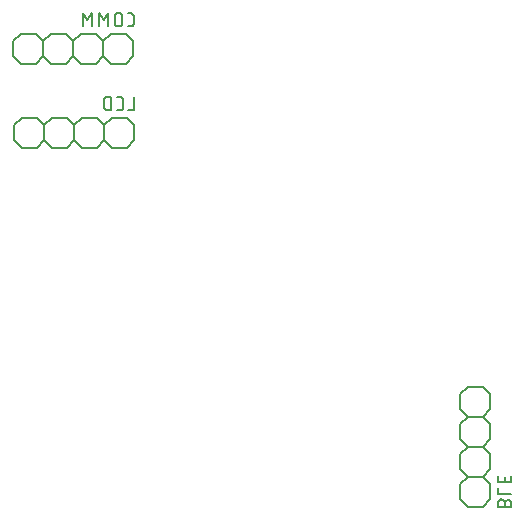
<source format=gbr>
G04 EAGLE Gerber X2 export*
%TF.Part,Single*%
%TF.FileFunction,Legend,Bot,1*%
%TF.FilePolarity,Positive*%
%TF.GenerationSoftware,Autodesk,EAGLE,9.1.1*%
%TF.CreationDate,2018-09-05T07:54:37Z*%
G75*
%MOMM*%
%FSLAX34Y34*%
%LPD*%
%AMOC8*
5,1,8,0,0,1.08239X$1,22.5*%
G01*
%ADD10C,0.152400*%
%ADD11C,0.127000*%


D10*
X426050Y258800D02*
X432400Y265150D01*
X432400Y277850D01*
X426050Y284200D01*
X413350Y284200D01*
X407000Y277850D01*
X407000Y265150D01*
X413350Y258800D01*
X432400Y227050D02*
X432400Y214350D01*
X432400Y227050D02*
X426050Y233400D01*
X413350Y233400D01*
X407000Y227050D01*
X426050Y233400D02*
X432400Y239750D01*
X432400Y252450D01*
X426050Y258800D01*
X413350Y258800D01*
X407000Y252450D01*
X407000Y239750D01*
X413350Y233400D01*
X413350Y208000D02*
X426050Y208000D01*
X432400Y214350D01*
X413350Y208000D02*
X407000Y214350D01*
X407000Y227050D01*
X432400Y290550D02*
X432400Y303250D01*
X426050Y309600D01*
X413350Y309600D01*
X407000Y303250D01*
X426050Y284200D02*
X432400Y290550D01*
X413350Y284200D02*
X407000Y290550D01*
X407000Y303250D01*
D11*
X444973Y211048D02*
X444973Y207873D01*
X444973Y211048D02*
X444971Y211159D01*
X444965Y211269D01*
X444956Y211380D01*
X444942Y211490D01*
X444925Y211599D01*
X444904Y211708D01*
X444879Y211816D01*
X444850Y211923D01*
X444818Y212029D01*
X444782Y212134D01*
X444742Y212237D01*
X444699Y212339D01*
X444652Y212440D01*
X444601Y212539D01*
X444548Y212636D01*
X444491Y212730D01*
X444430Y212823D01*
X444367Y212914D01*
X444300Y213003D01*
X444230Y213089D01*
X444157Y213172D01*
X444082Y213254D01*
X444004Y213332D01*
X443922Y213407D01*
X443839Y213480D01*
X443753Y213550D01*
X443664Y213617D01*
X443573Y213680D01*
X443480Y213741D01*
X443386Y213798D01*
X443289Y213851D01*
X443190Y213902D01*
X443089Y213949D01*
X442987Y213992D01*
X442884Y214032D01*
X442779Y214068D01*
X442673Y214100D01*
X442566Y214129D01*
X442458Y214154D01*
X442349Y214175D01*
X442240Y214192D01*
X442130Y214206D01*
X442019Y214215D01*
X441909Y214221D01*
X441798Y214223D01*
X441687Y214221D01*
X441577Y214215D01*
X441466Y214206D01*
X441356Y214192D01*
X441247Y214175D01*
X441138Y214154D01*
X441030Y214129D01*
X440923Y214100D01*
X440817Y214068D01*
X440712Y214032D01*
X440609Y213992D01*
X440507Y213949D01*
X440406Y213902D01*
X440307Y213851D01*
X440211Y213798D01*
X440116Y213741D01*
X440023Y213680D01*
X439932Y213617D01*
X439843Y213550D01*
X439757Y213480D01*
X439674Y213407D01*
X439592Y213332D01*
X439514Y213254D01*
X439439Y213172D01*
X439366Y213089D01*
X439296Y213003D01*
X439229Y212914D01*
X439166Y212823D01*
X439105Y212730D01*
X439048Y212636D01*
X438995Y212539D01*
X438944Y212440D01*
X438897Y212339D01*
X438854Y212237D01*
X438814Y212134D01*
X438778Y212029D01*
X438746Y211923D01*
X438717Y211816D01*
X438692Y211708D01*
X438671Y211599D01*
X438654Y211490D01*
X438640Y211380D01*
X438631Y211269D01*
X438625Y211159D01*
X438623Y211048D01*
X438623Y207873D01*
X450053Y207873D01*
X450053Y211048D01*
X450051Y211148D01*
X450045Y211247D01*
X450035Y211347D01*
X450022Y211445D01*
X450004Y211544D01*
X449983Y211641D01*
X449958Y211737D01*
X449929Y211833D01*
X449896Y211927D01*
X449860Y212020D01*
X449820Y212111D01*
X449776Y212201D01*
X449729Y212289D01*
X449679Y212375D01*
X449625Y212459D01*
X449568Y212541D01*
X449508Y212620D01*
X449444Y212698D01*
X449378Y212772D01*
X449309Y212844D01*
X449237Y212913D01*
X449163Y212979D01*
X449085Y213043D01*
X449006Y213103D01*
X448924Y213160D01*
X448840Y213214D01*
X448754Y213264D01*
X448666Y213311D01*
X448576Y213355D01*
X448485Y213395D01*
X448392Y213431D01*
X448298Y213464D01*
X448202Y213493D01*
X448106Y213518D01*
X448009Y213539D01*
X447910Y213557D01*
X447812Y213570D01*
X447712Y213580D01*
X447613Y213586D01*
X447513Y213588D01*
X447413Y213586D01*
X447314Y213580D01*
X447214Y213570D01*
X447116Y213557D01*
X447017Y213539D01*
X446920Y213518D01*
X446824Y213493D01*
X446728Y213464D01*
X446634Y213431D01*
X446541Y213395D01*
X446450Y213355D01*
X446360Y213311D01*
X446272Y213264D01*
X446186Y213214D01*
X446102Y213160D01*
X446020Y213103D01*
X445941Y213043D01*
X445863Y212979D01*
X445789Y212913D01*
X445717Y212844D01*
X445648Y212772D01*
X445582Y212698D01*
X445518Y212620D01*
X445458Y212541D01*
X445401Y212459D01*
X445347Y212375D01*
X445297Y212289D01*
X445250Y212201D01*
X445206Y212111D01*
X445166Y212020D01*
X445130Y211927D01*
X445097Y211833D01*
X445068Y211737D01*
X445043Y211641D01*
X445022Y211544D01*
X445004Y211445D01*
X444991Y211347D01*
X444981Y211247D01*
X444975Y211148D01*
X444973Y211048D01*
X450053Y219138D02*
X438623Y219138D01*
X438623Y224218D01*
X438623Y229044D02*
X438623Y234124D01*
X438623Y229044D02*
X450053Y229044D01*
X450053Y234124D01*
X444973Y232854D02*
X444973Y229044D01*
D10*
X79500Y602150D02*
X73150Y608500D01*
X60450Y608500D01*
X54100Y602150D01*
X54100Y589450D01*
X60450Y583100D01*
X73150Y583100D01*
X79500Y589450D01*
X111250Y608500D02*
X123950Y608500D01*
X111250Y608500D02*
X104900Y602150D01*
X104900Y589450D01*
X111250Y583100D01*
X104900Y602150D02*
X98550Y608500D01*
X85850Y608500D01*
X79500Y602150D01*
X79500Y589450D01*
X85850Y583100D01*
X98550Y583100D01*
X104900Y589450D01*
X130300Y589450D02*
X130300Y602150D01*
X123950Y608500D01*
X130300Y589450D02*
X123950Y583100D01*
X111250Y583100D01*
X47750Y608500D02*
X35050Y608500D01*
X28700Y602150D01*
X28700Y589450D01*
X35050Y583100D01*
X54100Y602150D02*
X47750Y608500D01*
X54100Y589450D02*
X47750Y583100D01*
X35050Y583100D01*
D11*
X125347Y614723D02*
X127887Y614723D01*
X127987Y614725D01*
X128086Y614731D01*
X128186Y614741D01*
X128284Y614754D01*
X128383Y614772D01*
X128480Y614793D01*
X128576Y614818D01*
X128672Y614847D01*
X128766Y614880D01*
X128859Y614916D01*
X128950Y614956D01*
X129040Y615000D01*
X129128Y615047D01*
X129214Y615097D01*
X129298Y615151D01*
X129380Y615208D01*
X129459Y615268D01*
X129537Y615332D01*
X129611Y615398D01*
X129683Y615467D01*
X129752Y615539D01*
X129818Y615613D01*
X129882Y615691D01*
X129942Y615770D01*
X129999Y615852D01*
X130053Y615936D01*
X130103Y616022D01*
X130150Y616110D01*
X130194Y616200D01*
X130234Y616291D01*
X130270Y616384D01*
X130303Y616478D01*
X130332Y616574D01*
X130357Y616670D01*
X130378Y616767D01*
X130396Y616866D01*
X130409Y616964D01*
X130419Y617064D01*
X130425Y617163D01*
X130427Y617263D01*
X130427Y623613D01*
X130425Y623713D01*
X130419Y623812D01*
X130409Y623912D01*
X130396Y624010D01*
X130378Y624109D01*
X130357Y624206D01*
X130332Y624302D01*
X130303Y624398D01*
X130270Y624492D01*
X130234Y624585D01*
X130194Y624676D01*
X130150Y624766D01*
X130103Y624854D01*
X130053Y624940D01*
X129999Y625024D01*
X129942Y625106D01*
X129882Y625185D01*
X129818Y625263D01*
X129752Y625337D01*
X129683Y625409D01*
X129611Y625478D01*
X129537Y625544D01*
X129459Y625608D01*
X129380Y625668D01*
X129298Y625725D01*
X129214Y625779D01*
X129128Y625829D01*
X129040Y625876D01*
X128950Y625920D01*
X128859Y625960D01*
X128766Y625996D01*
X128672Y626029D01*
X128576Y626058D01*
X128480Y626083D01*
X128383Y626104D01*
X128284Y626122D01*
X128186Y626135D01*
X128086Y626145D01*
X127987Y626151D01*
X127887Y626153D01*
X125347Y626153D01*
X120865Y622978D02*
X120865Y617898D01*
X120865Y622978D02*
X120863Y623089D01*
X120857Y623199D01*
X120848Y623310D01*
X120834Y623420D01*
X120817Y623529D01*
X120796Y623638D01*
X120771Y623746D01*
X120742Y623853D01*
X120710Y623959D01*
X120674Y624064D01*
X120634Y624167D01*
X120591Y624269D01*
X120544Y624370D01*
X120493Y624469D01*
X120440Y624566D01*
X120383Y624660D01*
X120322Y624753D01*
X120259Y624844D01*
X120192Y624933D01*
X120122Y625019D01*
X120049Y625102D01*
X119974Y625184D01*
X119896Y625262D01*
X119814Y625337D01*
X119731Y625410D01*
X119645Y625480D01*
X119556Y625547D01*
X119465Y625610D01*
X119372Y625671D01*
X119278Y625728D01*
X119181Y625781D01*
X119082Y625832D01*
X118981Y625879D01*
X118879Y625922D01*
X118776Y625962D01*
X118671Y625998D01*
X118565Y626030D01*
X118458Y626059D01*
X118350Y626084D01*
X118241Y626105D01*
X118132Y626122D01*
X118022Y626136D01*
X117911Y626145D01*
X117801Y626151D01*
X117690Y626153D01*
X117579Y626151D01*
X117469Y626145D01*
X117358Y626136D01*
X117248Y626122D01*
X117139Y626105D01*
X117030Y626084D01*
X116922Y626059D01*
X116815Y626030D01*
X116709Y625998D01*
X116604Y625962D01*
X116501Y625922D01*
X116399Y625879D01*
X116298Y625832D01*
X116199Y625781D01*
X116103Y625728D01*
X116008Y625671D01*
X115915Y625610D01*
X115824Y625547D01*
X115735Y625480D01*
X115649Y625410D01*
X115566Y625337D01*
X115484Y625262D01*
X115406Y625184D01*
X115331Y625102D01*
X115258Y625019D01*
X115188Y624933D01*
X115121Y624844D01*
X115058Y624753D01*
X114997Y624660D01*
X114940Y624566D01*
X114887Y624469D01*
X114836Y624370D01*
X114789Y624269D01*
X114746Y624167D01*
X114706Y624064D01*
X114670Y623959D01*
X114638Y623853D01*
X114609Y623746D01*
X114584Y623638D01*
X114563Y623529D01*
X114546Y623420D01*
X114532Y623310D01*
X114523Y623199D01*
X114517Y623089D01*
X114515Y622978D01*
X114515Y617898D01*
X114517Y617787D01*
X114523Y617677D01*
X114532Y617566D01*
X114546Y617456D01*
X114563Y617347D01*
X114584Y617238D01*
X114609Y617130D01*
X114638Y617023D01*
X114670Y616917D01*
X114706Y616812D01*
X114746Y616709D01*
X114789Y616607D01*
X114836Y616506D01*
X114887Y616407D01*
X114940Y616311D01*
X114997Y616216D01*
X115058Y616123D01*
X115121Y616032D01*
X115188Y615943D01*
X115258Y615857D01*
X115331Y615774D01*
X115406Y615692D01*
X115484Y615614D01*
X115566Y615539D01*
X115649Y615466D01*
X115735Y615396D01*
X115824Y615329D01*
X115915Y615266D01*
X116008Y615205D01*
X116103Y615148D01*
X116199Y615095D01*
X116298Y615044D01*
X116399Y614997D01*
X116501Y614954D01*
X116604Y614914D01*
X116709Y614878D01*
X116815Y614846D01*
X116922Y614817D01*
X117030Y614792D01*
X117139Y614771D01*
X117248Y614754D01*
X117358Y614740D01*
X117469Y614731D01*
X117579Y614725D01*
X117690Y614723D01*
X117801Y614725D01*
X117911Y614731D01*
X118022Y614740D01*
X118132Y614754D01*
X118241Y614771D01*
X118350Y614792D01*
X118458Y614817D01*
X118565Y614846D01*
X118671Y614878D01*
X118776Y614914D01*
X118879Y614954D01*
X118981Y614997D01*
X119082Y615044D01*
X119181Y615095D01*
X119277Y615148D01*
X119372Y615205D01*
X119465Y615266D01*
X119556Y615329D01*
X119645Y615396D01*
X119731Y615466D01*
X119814Y615539D01*
X119896Y615614D01*
X119974Y615692D01*
X120049Y615774D01*
X120122Y615857D01*
X120192Y615943D01*
X120259Y616032D01*
X120322Y616123D01*
X120383Y616216D01*
X120440Y616311D01*
X120493Y616407D01*
X120544Y616506D01*
X120591Y616607D01*
X120634Y616709D01*
X120674Y616812D01*
X120710Y616917D01*
X120742Y617023D01*
X120771Y617130D01*
X120796Y617238D01*
X120817Y617347D01*
X120834Y617456D01*
X120848Y617566D01*
X120857Y617677D01*
X120863Y617787D01*
X120865Y617898D01*
X108927Y614723D02*
X108927Y626153D01*
X105117Y619803D01*
X101307Y626153D01*
X101307Y614723D01*
X95211Y614723D02*
X95211Y626153D01*
X91401Y619803D01*
X87591Y626153D01*
X87591Y614723D01*
D10*
X73850Y537500D02*
X80200Y531150D01*
X73850Y537500D02*
X61150Y537500D01*
X54800Y531150D01*
X54800Y518450D01*
X61150Y512100D01*
X73850Y512100D01*
X80200Y518450D01*
X111950Y537500D02*
X124650Y537500D01*
X111950Y537500D02*
X105600Y531150D01*
X105600Y518450D01*
X111950Y512100D01*
X105600Y531150D02*
X99250Y537500D01*
X86550Y537500D01*
X80200Y531150D01*
X80200Y518450D01*
X86550Y512100D01*
X99250Y512100D01*
X105600Y518450D01*
X131000Y518450D02*
X131000Y531150D01*
X124650Y537500D01*
X131000Y518450D02*
X124650Y512100D01*
X111950Y512100D01*
X48450Y537500D02*
X35750Y537500D01*
X29400Y531150D01*
X29400Y518450D01*
X35750Y512100D01*
X54800Y531150D02*
X48450Y537500D01*
X54800Y518450D02*
X48450Y512100D01*
X35750Y512100D01*
D11*
X131127Y543723D02*
X131127Y555153D01*
X131127Y543723D02*
X126047Y543723D01*
X119125Y543723D02*
X116585Y543723D01*
X119125Y543723D02*
X119225Y543725D01*
X119324Y543731D01*
X119424Y543741D01*
X119522Y543754D01*
X119621Y543772D01*
X119718Y543793D01*
X119814Y543818D01*
X119910Y543847D01*
X120004Y543880D01*
X120097Y543916D01*
X120188Y543956D01*
X120278Y544000D01*
X120366Y544047D01*
X120452Y544097D01*
X120536Y544151D01*
X120618Y544208D01*
X120697Y544268D01*
X120775Y544332D01*
X120849Y544398D01*
X120921Y544467D01*
X120990Y544539D01*
X121056Y544613D01*
X121120Y544691D01*
X121180Y544770D01*
X121237Y544852D01*
X121291Y544936D01*
X121341Y545022D01*
X121388Y545110D01*
X121432Y545200D01*
X121472Y545291D01*
X121508Y545384D01*
X121541Y545478D01*
X121570Y545574D01*
X121595Y545670D01*
X121616Y545767D01*
X121634Y545866D01*
X121647Y545964D01*
X121657Y546064D01*
X121663Y546163D01*
X121665Y546263D01*
X121665Y552613D01*
X121663Y552713D01*
X121657Y552812D01*
X121647Y552912D01*
X121634Y553010D01*
X121616Y553109D01*
X121595Y553206D01*
X121570Y553302D01*
X121541Y553398D01*
X121508Y553492D01*
X121472Y553585D01*
X121432Y553676D01*
X121388Y553766D01*
X121341Y553854D01*
X121291Y553940D01*
X121237Y554024D01*
X121180Y554106D01*
X121120Y554185D01*
X121056Y554263D01*
X120990Y554337D01*
X120921Y554409D01*
X120849Y554478D01*
X120775Y554544D01*
X120697Y554608D01*
X120618Y554668D01*
X120536Y554725D01*
X120452Y554779D01*
X120366Y554829D01*
X120278Y554876D01*
X120188Y554920D01*
X120097Y554960D01*
X120004Y554996D01*
X119910Y555029D01*
X119814Y555058D01*
X119718Y555083D01*
X119621Y555104D01*
X119522Y555122D01*
X119424Y555135D01*
X119324Y555145D01*
X119225Y555151D01*
X119125Y555153D01*
X116585Y555153D01*
X111721Y555153D02*
X111721Y543723D01*
X111721Y555153D02*
X108546Y555153D01*
X108435Y555151D01*
X108325Y555145D01*
X108214Y555136D01*
X108104Y555122D01*
X107995Y555105D01*
X107886Y555084D01*
X107778Y555059D01*
X107671Y555030D01*
X107565Y554998D01*
X107460Y554962D01*
X107357Y554922D01*
X107255Y554879D01*
X107154Y554832D01*
X107055Y554781D01*
X106959Y554728D01*
X106864Y554671D01*
X106771Y554610D01*
X106680Y554547D01*
X106591Y554480D01*
X106505Y554410D01*
X106422Y554337D01*
X106340Y554262D01*
X106262Y554184D01*
X106187Y554102D01*
X106114Y554019D01*
X106044Y553933D01*
X105977Y553844D01*
X105914Y553753D01*
X105853Y553660D01*
X105796Y553566D01*
X105743Y553469D01*
X105692Y553370D01*
X105645Y553269D01*
X105602Y553167D01*
X105562Y553064D01*
X105526Y552959D01*
X105494Y552853D01*
X105465Y552746D01*
X105440Y552638D01*
X105419Y552529D01*
X105402Y552420D01*
X105388Y552310D01*
X105379Y552199D01*
X105373Y552089D01*
X105371Y551978D01*
X105371Y546898D01*
X105373Y546787D01*
X105379Y546677D01*
X105388Y546566D01*
X105402Y546456D01*
X105419Y546347D01*
X105440Y546238D01*
X105465Y546130D01*
X105494Y546023D01*
X105526Y545917D01*
X105562Y545812D01*
X105602Y545709D01*
X105645Y545607D01*
X105692Y545506D01*
X105743Y545407D01*
X105796Y545311D01*
X105853Y545216D01*
X105914Y545123D01*
X105977Y545032D01*
X106044Y544943D01*
X106114Y544857D01*
X106187Y544774D01*
X106262Y544692D01*
X106340Y544614D01*
X106422Y544539D01*
X106505Y544466D01*
X106591Y544396D01*
X106680Y544329D01*
X106771Y544266D01*
X106864Y544205D01*
X106959Y544148D01*
X107055Y544095D01*
X107154Y544044D01*
X107255Y543997D01*
X107357Y543954D01*
X107460Y543914D01*
X107565Y543878D01*
X107671Y543846D01*
X107778Y543817D01*
X107886Y543792D01*
X107995Y543771D01*
X108104Y543754D01*
X108214Y543740D01*
X108325Y543731D01*
X108435Y543725D01*
X108546Y543723D01*
X111721Y543723D01*
M02*

</source>
